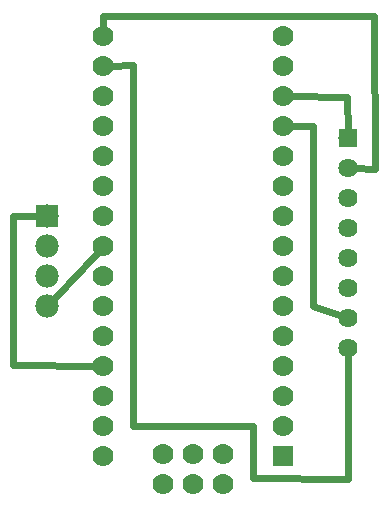
<source format=gtl>
G04 MADE WITH FRITZING*
G04 WWW.FRITZING.ORG*
G04 DOUBLE SIDED*
G04 HOLES PLATED*
G04 CONTOUR ON CENTER OF CONTOUR VECTOR*
%ASAXBY*%
%FSLAX23Y23*%
%MOIN*%
%OFA0B0*%
%SFA1.0B1.0*%
%ADD10C,0.064000*%
%ADD11C,0.070000*%
%ADD12C,0.078000*%
%ADD13R,0.064000X0.064000*%
%ADD14R,0.069958X0.070000*%
%ADD15R,0.077944X0.077986*%
%ADD16C,0.024000*%
%LNCOPPER1*%
G90*
G70*
G54D10*
X1222Y1211D03*
X1222Y1111D03*
X1222Y1011D03*
X1222Y911D03*
X1222Y811D03*
X1222Y711D03*
X1222Y611D03*
X1222Y511D03*
G54D11*
X1007Y153D03*
X1007Y253D03*
X1007Y353D03*
X1007Y453D03*
X1007Y553D03*
X1007Y653D03*
X1007Y753D03*
X1007Y853D03*
X1007Y953D03*
X1007Y1053D03*
X1007Y1153D03*
X1007Y1253D03*
X1007Y1353D03*
X1007Y1453D03*
X1007Y1553D03*
X407Y153D03*
X407Y253D03*
X407Y353D03*
X407Y453D03*
X407Y553D03*
X407Y653D03*
X407Y753D03*
X407Y853D03*
X407Y953D03*
X407Y1053D03*
X407Y1153D03*
X407Y1253D03*
X407Y1353D03*
X407Y1453D03*
X407Y1553D03*
X807Y57D03*
X807Y157D03*
X707Y57D03*
X707Y157D03*
X606Y57D03*
X606Y157D03*
G54D12*
X220Y952D03*
X220Y852D03*
X220Y752D03*
X220Y652D03*
G54D13*
X1222Y1211D03*
G54D14*
X1007Y153D03*
G54D15*
X220Y952D03*
G54D16*
X233Y666D02*
X395Y840D01*
D02*
X1223Y74D02*
X906Y77D01*
D02*
X906Y77D02*
X907Y252D01*
D02*
X907Y252D02*
X506Y252D01*
D02*
X506Y252D02*
X508Y1454D01*
D02*
X508Y1454D02*
X425Y1453D01*
D02*
X1223Y491D02*
X1223Y74D01*
D02*
X1107Y1253D02*
X1107Y653D01*
D02*
X1107Y653D02*
X1204Y618D01*
D02*
X1025Y1253D02*
X1107Y1253D01*
D02*
X1314Y1108D02*
X1242Y1111D01*
D02*
X1311Y1619D02*
X1314Y1108D01*
D02*
X407Y1619D02*
X1311Y1619D01*
D02*
X407Y1571D02*
X407Y1619D01*
D02*
X1220Y1349D02*
X1222Y1231D01*
D02*
X1025Y1353D02*
X1220Y1349D01*
D02*
X106Y953D02*
X107Y454D01*
D02*
X107Y454D02*
X389Y453D01*
D02*
X201Y952D02*
X106Y953D01*
G04 End of Copper1*
M02*
</source>
